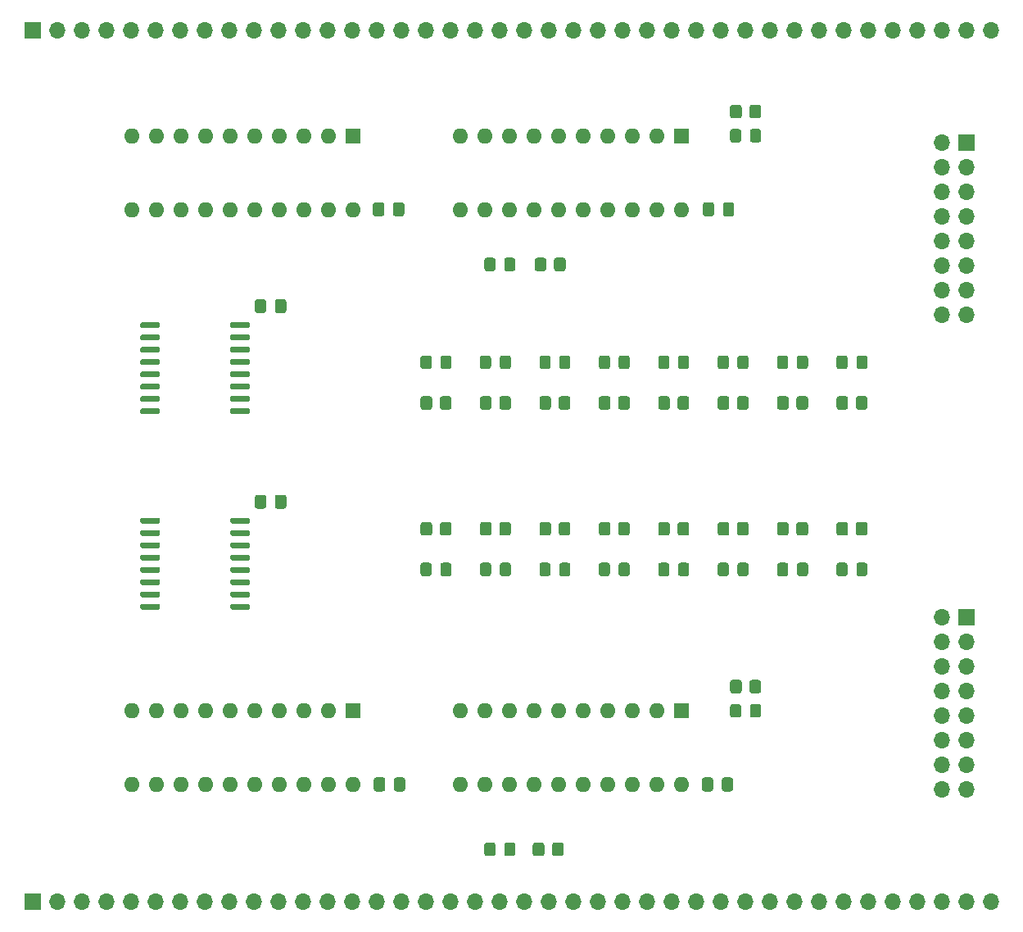
<source format=gts>
G04 #@! TF.GenerationSoftware,KiCad,Pcbnew,(5.1.9)-1*
G04 #@! TF.CreationDate,2021-10-03T23:50:10-04:00*
G04 #@! TF.ProjectId,ab-register,61622d72-6567-4697-9374-65722e6b6963,1.0*
G04 #@! TF.SameCoordinates,Original*
G04 #@! TF.FileFunction,Soldermask,Top*
G04 #@! TF.FilePolarity,Negative*
%FSLAX46Y46*%
G04 Gerber Fmt 4.6, Leading zero omitted, Abs format (unit mm)*
G04 Created by KiCad (PCBNEW (5.1.9)-1) date 2021-10-03 23:50:10*
%MOMM*%
%LPD*%
G01*
G04 APERTURE LIST*
%ADD10O,1.600000X1.600000*%
%ADD11R,1.600000X1.600000*%
%ADD12O,1.700000X1.700000*%
%ADD13R,1.700000X1.700000*%
G04 APERTURE END LIST*
G36*
G01*
X159700000Y-113349999D02*
X159700000Y-114250001D01*
G75*
G02*
X159450001Y-114500000I-249999J0D01*
G01*
X158749999Y-114500000D01*
G75*
G02*
X158500000Y-114250001I0J249999D01*
G01*
X158500000Y-113349999D01*
G75*
G02*
X158749999Y-113100000I249999J0D01*
G01*
X159450001Y-113100000D01*
G75*
G02*
X159700000Y-113349999I0J-249999D01*
G01*
G37*
G36*
G01*
X161700000Y-113349999D02*
X161700000Y-114250001D01*
G75*
G02*
X161450001Y-114500000I-249999J0D01*
G01*
X160749999Y-114500000D01*
G75*
G02*
X160500000Y-114250001I0J249999D01*
G01*
X160500000Y-113349999D01*
G75*
G02*
X160749999Y-113100000I249999J0D01*
G01*
X161450001Y-113100000D01*
G75*
G02*
X161700000Y-113349999I0J-249999D01*
G01*
G37*
G36*
G01*
X159700000Y-53949999D02*
X159700000Y-54850001D01*
G75*
G02*
X159450001Y-55100000I-249999J0D01*
G01*
X158749999Y-55100000D01*
G75*
G02*
X158500000Y-54850001I0J249999D01*
G01*
X158500000Y-53949999D01*
G75*
G02*
X158749999Y-53700000I249999J0D01*
G01*
X159450001Y-53700000D01*
G75*
G02*
X159700000Y-53949999I0J-249999D01*
G01*
G37*
G36*
G01*
X161700000Y-53949999D02*
X161700000Y-54850001D01*
G75*
G02*
X161450001Y-55100000I-249999J0D01*
G01*
X160749999Y-55100000D01*
G75*
G02*
X160500000Y-54850001I0J249999D01*
G01*
X160500000Y-53949999D01*
G75*
G02*
X160749999Y-53700000I249999J0D01*
G01*
X161450001Y-53700000D01*
G75*
G02*
X161700000Y-53949999I0J-249999D01*
G01*
G37*
G36*
G01*
X140100000Y-131050001D02*
X140100000Y-130149999D01*
G75*
G02*
X140349999Y-129900000I249999J0D01*
G01*
X141050001Y-129900000D01*
G75*
G02*
X141300000Y-130149999I0J-249999D01*
G01*
X141300000Y-131050001D01*
G75*
G02*
X141050001Y-131300000I-249999J0D01*
G01*
X140349999Y-131300000D01*
G75*
G02*
X140100000Y-131050001I0J249999D01*
G01*
G37*
G36*
G01*
X138100000Y-131050001D02*
X138100000Y-130149999D01*
G75*
G02*
X138349999Y-129900000I249999J0D01*
G01*
X139050001Y-129900000D01*
G75*
G02*
X139300000Y-130149999I0J-249999D01*
G01*
X139300000Y-131050001D01*
G75*
G02*
X139050001Y-131300000I-249999J0D01*
G01*
X138349999Y-131300000D01*
G75*
G02*
X138100000Y-131050001I0J249999D01*
G01*
G37*
G36*
G01*
X140300000Y-70650001D02*
X140300000Y-69749999D01*
G75*
G02*
X140549999Y-69500000I249999J0D01*
G01*
X141250001Y-69500000D01*
G75*
G02*
X141500000Y-69749999I0J-249999D01*
G01*
X141500000Y-70650001D01*
G75*
G02*
X141250001Y-70900000I-249999J0D01*
G01*
X140549999Y-70900000D01*
G75*
G02*
X140300000Y-70650001I0J249999D01*
G01*
G37*
G36*
G01*
X138300000Y-70650001D02*
X138300000Y-69749999D01*
G75*
G02*
X138549999Y-69500000I249999J0D01*
G01*
X139250001Y-69500000D01*
G75*
G02*
X139500000Y-69749999I0J-249999D01*
G01*
X139500000Y-70650001D01*
G75*
G02*
X139250001Y-70900000I-249999J0D01*
G01*
X138549999Y-70900000D01*
G75*
G02*
X138300000Y-70650001I0J249999D01*
G01*
G37*
G36*
G01*
X160550000Y-116750001D02*
X160550000Y-115849999D01*
G75*
G02*
X160799999Y-115600000I249999J0D01*
G01*
X161450001Y-115600000D01*
G75*
G02*
X161700000Y-115849999I0J-249999D01*
G01*
X161700000Y-116750001D01*
G75*
G02*
X161450001Y-117000000I-249999J0D01*
G01*
X160799999Y-117000000D01*
G75*
G02*
X160550000Y-116750001I0J249999D01*
G01*
G37*
G36*
G01*
X158500000Y-116750001D02*
X158500000Y-115849999D01*
G75*
G02*
X158749999Y-115600000I249999J0D01*
G01*
X159400001Y-115600000D01*
G75*
G02*
X159650000Y-115849999I0J-249999D01*
G01*
X159650000Y-116750001D01*
G75*
G02*
X159400001Y-117000000I-249999J0D01*
G01*
X158749999Y-117000000D01*
G75*
G02*
X158500000Y-116750001I0J249999D01*
G01*
G37*
G36*
G01*
X160550000Y-57350001D02*
X160550000Y-56449999D01*
G75*
G02*
X160799999Y-56200000I249999J0D01*
G01*
X161450001Y-56200000D01*
G75*
G02*
X161700000Y-56449999I0J-249999D01*
G01*
X161700000Y-57350001D01*
G75*
G02*
X161450001Y-57600000I-249999J0D01*
G01*
X160799999Y-57600000D01*
G75*
G02*
X160550000Y-57350001I0J249999D01*
G01*
G37*
G36*
G01*
X158500000Y-57350001D02*
X158500000Y-56449999D01*
G75*
G02*
X158749999Y-56200000I249999J0D01*
G01*
X159400001Y-56200000D01*
G75*
G02*
X159650000Y-56449999I0J-249999D01*
G01*
X159650000Y-57350001D01*
G75*
G02*
X159400001Y-57600000I-249999J0D01*
G01*
X158749999Y-57600000D01*
G75*
G02*
X158500000Y-57350001I0J249999D01*
G01*
G37*
G36*
G01*
X135150000Y-131050001D02*
X135150000Y-130149999D01*
G75*
G02*
X135399999Y-129900000I249999J0D01*
G01*
X136050001Y-129900000D01*
G75*
G02*
X136300000Y-130149999I0J-249999D01*
G01*
X136300000Y-131050001D01*
G75*
G02*
X136050001Y-131300000I-249999J0D01*
G01*
X135399999Y-131300000D01*
G75*
G02*
X135150000Y-131050001I0J249999D01*
G01*
G37*
G36*
G01*
X133100000Y-131050001D02*
X133100000Y-130149999D01*
G75*
G02*
X133349999Y-129900000I249999J0D01*
G01*
X134000001Y-129900000D01*
G75*
G02*
X134250000Y-130149999I0J-249999D01*
G01*
X134250000Y-131050001D01*
G75*
G02*
X134000001Y-131300000I-249999J0D01*
G01*
X133349999Y-131300000D01*
G75*
G02*
X133100000Y-131050001I0J249999D01*
G01*
G37*
G36*
G01*
X135150000Y-70650001D02*
X135150000Y-69749999D01*
G75*
G02*
X135399999Y-69500000I249999J0D01*
G01*
X136050001Y-69500000D01*
G75*
G02*
X136300000Y-69749999I0J-249999D01*
G01*
X136300000Y-70650001D01*
G75*
G02*
X136050001Y-70900000I-249999J0D01*
G01*
X135399999Y-70900000D01*
G75*
G02*
X135150000Y-70650001I0J249999D01*
G01*
G37*
G36*
G01*
X133100000Y-70650001D02*
X133100000Y-69749999D01*
G75*
G02*
X133349999Y-69500000I249999J0D01*
G01*
X134000001Y-69500000D01*
G75*
G02*
X134250000Y-69749999I0J-249999D01*
G01*
X134250000Y-70650001D01*
G75*
G02*
X134000001Y-70900000I-249999J0D01*
G01*
X133349999Y-70900000D01*
G75*
G02*
X133100000Y-70650001I0J249999D01*
G01*
G37*
G36*
G01*
X122850000Y-123425000D02*
X122850000Y-124375000D01*
G75*
G02*
X122600000Y-124625000I-250000J0D01*
G01*
X121925000Y-124625000D01*
G75*
G02*
X121675000Y-124375000I0J250000D01*
G01*
X121675000Y-123425000D01*
G75*
G02*
X121925000Y-123175000I250000J0D01*
G01*
X122600000Y-123175000D01*
G75*
G02*
X122850000Y-123425000I0J-250000D01*
G01*
G37*
G36*
G01*
X124925000Y-123425000D02*
X124925000Y-124375000D01*
G75*
G02*
X124675000Y-124625000I-250000J0D01*
G01*
X124000000Y-124625000D01*
G75*
G02*
X123750000Y-124375000I0J250000D01*
G01*
X123750000Y-123425000D01*
G75*
G02*
X124000000Y-123175000I250000J0D01*
G01*
X124675000Y-123175000D01*
G75*
G02*
X124925000Y-123425000I0J-250000D01*
G01*
G37*
G36*
G01*
X156750000Y-123425000D02*
X156750000Y-124375000D01*
G75*
G02*
X156500000Y-124625000I-250000J0D01*
G01*
X155825000Y-124625000D01*
G75*
G02*
X155575000Y-124375000I0J250000D01*
G01*
X155575000Y-123425000D01*
G75*
G02*
X155825000Y-123175000I250000J0D01*
G01*
X156500000Y-123175000D01*
G75*
G02*
X156750000Y-123425000I0J-250000D01*
G01*
G37*
G36*
G01*
X158825000Y-123425000D02*
X158825000Y-124375000D01*
G75*
G02*
X158575000Y-124625000I-250000J0D01*
G01*
X157900000Y-124625000D01*
G75*
G02*
X157650000Y-124375000I0J250000D01*
G01*
X157650000Y-123425000D01*
G75*
G02*
X157900000Y-123175000I250000J0D01*
G01*
X158575000Y-123175000D01*
G75*
G02*
X158825000Y-123425000I0J-250000D01*
G01*
G37*
G36*
G01*
X122750000Y-64025000D02*
X122750000Y-64975000D01*
G75*
G02*
X122500000Y-65225000I-250000J0D01*
G01*
X121825000Y-65225000D01*
G75*
G02*
X121575000Y-64975000I0J250000D01*
G01*
X121575000Y-64025000D01*
G75*
G02*
X121825000Y-63775000I250000J0D01*
G01*
X122500000Y-63775000D01*
G75*
G02*
X122750000Y-64025000I0J-250000D01*
G01*
G37*
G36*
G01*
X124825000Y-64025000D02*
X124825000Y-64975000D01*
G75*
G02*
X124575000Y-65225000I-250000J0D01*
G01*
X123900000Y-65225000D01*
G75*
G02*
X123650000Y-64975000I0J250000D01*
G01*
X123650000Y-64025000D01*
G75*
G02*
X123900000Y-63775000I250000J0D01*
G01*
X124575000Y-63775000D01*
G75*
G02*
X124825000Y-64025000I0J-250000D01*
G01*
G37*
G36*
G01*
X156850000Y-64025000D02*
X156850000Y-64975000D01*
G75*
G02*
X156600000Y-65225000I-250000J0D01*
G01*
X155925000Y-65225000D01*
G75*
G02*
X155675000Y-64975000I0J250000D01*
G01*
X155675000Y-64025000D01*
G75*
G02*
X155925000Y-63775000I250000J0D01*
G01*
X156600000Y-63775000D01*
G75*
G02*
X156850000Y-64025000I0J-250000D01*
G01*
G37*
G36*
G01*
X158925000Y-64025000D02*
X158925000Y-64975000D01*
G75*
G02*
X158675000Y-65225000I-250000J0D01*
G01*
X158000000Y-65225000D01*
G75*
G02*
X157750000Y-64975000I0J250000D01*
G01*
X157750000Y-64025000D01*
G75*
G02*
X158000000Y-63775000I250000J0D01*
G01*
X158675000Y-63775000D01*
G75*
G02*
X158925000Y-64025000I0J-250000D01*
G01*
G37*
G36*
G01*
X110550000Y-94225000D02*
X110550000Y-95175000D01*
G75*
G02*
X110300000Y-95425000I-250000J0D01*
G01*
X109625000Y-95425000D01*
G75*
G02*
X109375000Y-95175000I0J250000D01*
G01*
X109375000Y-94225000D01*
G75*
G02*
X109625000Y-93975000I250000J0D01*
G01*
X110300000Y-93975000D01*
G75*
G02*
X110550000Y-94225000I0J-250000D01*
G01*
G37*
G36*
G01*
X112625000Y-94225000D02*
X112625000Y-95175000D01*
G75*
G02*
X112375000Y-95425000I-250000J0D01*
G01*
X111700000Y-95425000D01*
G75*
G02*
X111450000Y-95175000I0J250000D01*
G01*
X111450000Y-94225000D01*
G75*
G02*
X111700000Y-93975000I250000J0D01*
G01*
X112375000Y-93975000D01*
G75*
G02*
X112625000Y-94225000I0J-250000D01*
G01*
G37*
G36*
G01*
X110550000Y-74025000D02*
X110550000Y-74975000D01*
G75*
G02*
X110300000Y-75225000I-250000J0D01*
G01*
X109625000Y-75225000D01*
G75*
G02*
X109375000Y-74975000I0J250000D01*
G01*
X109375000Y-74025000D01*
G75*
G02*
X109625000Y-73775000I250000J0D01*
G01*
X110300000Y-73775000D01*
G75*
G02*
X110550000Y-74025000I0J-250000D01*
G01*
G37*
G36*
G01*
X112625000Y-74025000D02*
X112625000Y-74975000D01*
G75*
G02*
X112375000Y-75225000I-250000J0D01*
G01*
X111700000Y-75225000D01*
G75*
G02*
X111450000Y-74975000I0J250000D01*
G01*
X111450000Y-74025000D01*
G75*
G02*
X111700000Y-73775000I250000J0D01*
G01*
X112375000Y-73775000D01*
G75*
G02*
X112625000Y-74025000I0J-250000D01*
G01*
G37*
D10*
X119500000Y-64520000D03*
X96640000Y-56900000D03*
X116960000Y-64520000D03*
X99180000Y-56900000D03*
X114420000Y-64520000D03*
X101720000Y-56900000D03*
X111880000Y-64520000D03*
X104260000Y-56900000D03*
X109340000Y-64520000D03*
X106800000Y-56900000D03*
X106800000Y-64520000D03*
X109340000Y-56900000D03*
X104260000Y-64520000D03*
X111880000Y-56900000D03*
X101720000Y-64520000D03*
X114420000Y-56900000D03*
X99180000Y-64520000D03*
X116960000Y-56900000D03*
X96640000Y-64520000D03*
D11*
X119500000Y-56900000D03*
D10*
X153500000Y-64520000D03*
X130640000Y-56900000D03*
X150960000Y-64520000D03*
X133180000Y-56900000D03*
X148420000Y-64520000D03*
X135720000Y-56900000D03*
X145880000Y-64520000D03*
X138260000Y-56900000D03*
X143340000Y-64520000D03*
X140800000Y-56900000D03*
X140800000Y-64520000D03*
X143340000Y-56900000D03*
X138260000Y-64520000D03*
X145880000Y-56900000D03*
X135720000Y-64520000D03*
X148420000Y-56900000D03*
X133180000Y-64520000D03*
X150960000Y-56900000D03*
X130640000Y-64520000D03*
D11*
X153500000Y-56900000D03*
D12*
X180360000Y-124380000D03*
X182900000Y-124380000D03*
X180360000Y-121840000D03*
X182900000Y-121840000D03*
X180360000Y-119300000D03*
X182900000Y-119300000D03*
X180360000Y-116760000D03*
X182900000Y-116760000D03*
X180360000Y-114220000D03*
X182900000Y-114220000D03*
X180360000Y-111680000D03*
X182900000Y-111680000D03*
X180360000Y-109140000D03*
X182900000Y-109140000D03*
X180360000Y-106600000D03*
D13*
X182900000Y-106600000D03*
D10*
X119500000Y-123920000D03*
X96640000Y-116300000D03*
X116960000Y-123920000D03*
X99180000Y-116300000D03*
X114420000Y-123920000D03*
X101720000Y-116300000D03*
X111880000Y-123920000D03*
X104260000Y-116300000D03*
X109340000Y-123920000D03*
X106800000Y-116300000D03*
X106800000Y-123920000D03*
X109340000Y-116300000D03*
X104260000Y-123920000D03*
X111880000Y-116300000D03*
X101720000Y-123920000D03*
X114420000Y-116300000D03*
X99180000Y-123920000D03*
X116960000Y-116300000D03*
X96640000Y-123920000D03*
D11*
X119500000Y-116300000D03*
D10*
X153500000Y-123920000D03*
X130640000Y-116300000D03*
X150960000Y-123920000D03*
X133180000Y-116300000D03*
X148420000Y-123920000D03*
X135720000Y-116300000D03*
X145880000Y-123920000D03*
X138260000Y-116300000D03*
X143340000Y-123920000D03*
X140800000Y-116300000D03*
X140800000Y-123920000D03*
X143340000Y-116300000D03*
X138260000Y-123920000D03*
X145880000Y-116300000D03*
X135720000Y-123920000D03*
X148420000Y-116300000D03*
X133180000Y-123920000D03*
X150960000Y-116300000D03*
X130640000Y-123920000D03*
D11*
X153500000Y-116300000D03*
G36*
G01*
X106825000Y-96805000D02*
X106825000Y-96505000D01*
G75*
G02*
X106975000Y-96355000I150000J0D01*
G01*
X108725000Y-96355000D01*
G75*
G02*
X108875000Y-96505000I0J-150000D01*
G01*
X108875000Y-96805000D01*
G75*
G02*
X108725000Y-96955000I-150000J0D01*
G01*
X106975000Y-96955000D01*
G75*
G02*
X106825000Y-96805000I0J150000D01*
G01*
G37*
G36*
G01*
X106825000Y-98075000D02*
X106825000Y-97775000D01*
G75*
G02*
X106975000Y-97625000I150000J0D01*
G01*
X108725000Y-97625000D01*
G75*
G02*
X108875000Y-97775000I0J-150000D01*
G01*
X108875000Y-98075000D01*
G75*
G02*
X108725000Y-98225000I-150000J0D01*
G01*
X106975000Y-98225000D01*
G75*
G02*
X106825000Y-98075000I0J150000D01*
G01*
G37*
G36*
G01*
X106825000Y-99345000D02*
X106825000Y-99045000D01*
G75*
G02*
X106975000Y-98895000I150000J0D01*
G01*
X108725000Y-98895000D01*
G75*
G02*
X108875000Y-99045000I0J-150000D01*
G01*
X108875000Y-99345000D01*
G75*
G02*
X108725000Y-99495000I-150000J0D01*
G01*
X106975000Y-99495000D01*
G75*
G02*
X106825000Y-99345000I0J150000D01*
G01*
G37*
G36*
G01*
X106825000Y-100615000D02*
X106825000Y-100315000D01*
G75*
G02*
X106975000Y-100165000I150000J0D01*
G01*
X108725000Y-100165000D01*
G75*
G02*
X108875000Y-100315000I0J-150000D01*
G01*
X108875000Y-100615000D01*
G75*
G02*
X108725000Y-100765000I-150000J0D01*
G01*
X106975000Y-100765000D01*
G75*
G02*
X106825000Y-100615000I0J150000D01*
G01*
G37*
G36*
G01*
X106825000Y-101885000D02*
X106825000Y-101585000D01*
G75*
G02*
X106975000Y-101435000I150000J0D01*
G01*
X108725000Y-101435000D01*
G75*
G02*
X108875000Y-101585000I0J-150000D01*
G01*
X108875000Y-101885000D01*
G75*
G02*
X108725000Y-102035000I-150000J0D01*
G01*
X106975000Y-102035000D01*
G75*
G02*
X106825000Y-101885000I0J150000D01*
G01*
G37*
G36*
G01*
X106825000Y-103155000D02*
X106825000Y-102855000D01*
G75*
G02*
X106975000Y-102705000I150000J0D01*
G01*
X108725000Y-102705000D01*
G75*
G02*
X108875000Y-102855000I0J-150000D01*
G01*
X108875000Y-103155000D01*
G75*
G02*
X108725000Y-103305000I-150000J0D01*
G01*
X106975000Y-103305000D01*
G75*
G02*
X106825000Y-103155000I0J150000D01*
G01*
G37*
G36*
G01*
X106825000Y-104425000D02*
X106825000Y-104125000D01*
G75*
G02*
X106975000Y-103975000I150000J0D01*
G01*
X108725000Y-103975000D01*
G75*
G02*
X108875000Y-104125000I0J-150000D01*
G01*
X108875000Y-104425000D01*
G75*
G02*
X108725000Y-104575000I-150000J0D01*
G01*
X106975000Y-104575000D01*
G75*
G02*
X106825000Y-104425000I0J150000D01*
G01*
G37*
G36*
G01*
X106825000Y-105695000D02*
X106825000Y-105395000D01*
G75*
G02*
X106975000Y-105245000I150000J0D01*
G01*
X108725000Y-105245000D01*
G75*
G02*
X108875000Y-105395000I0J-150000D01*
G01*
X108875000Y-105695000D01*
G75*
G02*
X108725000Y-105845000I-150000J0D01*
G01*
X106975000Y-105845000D01*
G75*
G02*
X106825000Y-105695000I0J150000D01*
G01*
G37*
G36*
G01*
X97525000Y-105695000D02*
X97525000Y-105395000D01*
G75*
G02*
X97675000Y-105245000I150000J0D01*
G01*
X99425000Y-105245000D01*
G75*
G02*
X99575000Y-105395000I0J-150000D01*
G01*
X99575000Y-105695000D01*
G75*
G02*
X99425000Y-105845000I-150000J0D01*
G01*
X97675000Y-105845000D01*
G75*
G02*
X97525000Y-105695000I0J150000D01*
G01*
G37*
G36*
G01*
X97525000Y-104425000D02*
X97525000Y-104125000D01*
G75*
G02*
X97675000Y-103975000I150000J0D01*
G01*
X99425000Y-103975000D01*
G75*
G02*
X99575000Y-104125000I0J-150000D01*
G01*
X99575000Y-104425000D01*
G75*
G02*
X99425000Y-104575000I-150000J0D01*
G01*
X97675000Y-104575000D01*
G75*
G02*
X97525000Y-104425000I0J150000D01*
G01*
G37*
G36*
G01*
X97525000Y-103155000D02*
X97525000Y-102855000D01*
G75*
G02*
X97675000Y-102705000I150000J0D01*
G01*
X99425000Y-102705000D01*
G75*
G02*
X99575000Y-102855000I0J-150000D01*
G01*
X99575000Y-103155000D01*
G75*
G02*
X99425000Y-103305000I-150000J0D01*
G01*
X97675000Y-103305000D01*
G75*
G02*
X97525000Y-103155000I0J150000D01*
G01*
G37*
G36*
G01*
X97525000Y-101885000D02*
X97525000Y-101585000D01*
G75*
G02*
X97675000Y-101435000I150000J0D01*
G01*
X99425000Y-101435000D01*
G75*
G02*
X99575000Y-101585000I0J-150000D01*
G01*
X99575000Y-101885000D01*
G75*
G02*
X99425000Y-102035000I-150000J0D01*
G01*
X97675000Y-102035000D01*
G75*
G02*
X97525000Y-101885000I0J150000D01*
G01*
G37*
G36*
G01*
X97525000Y-100615000D02*
X97525000Y-100315000D01*
G75*
G02*
X97675000Y-100165000I150000J0D01*
G01*
X99425000Y-100165000D01*
G75*
G02*
X99575000Y-100315000I0J-150000D01*
G01*
X99575000Y-100615000D01*
G75*
G02*
X99425000Y-100765000I-150000J0D01*
G01*
X97675000Y-100765000D01*
G75*
G02*
X97525000Y-100615000I0J150000D01*
G01*
G37*
G36*
G01*
X97525000Y-99345000D02*
X97525000Y-99045000D01*
G75*
G02*
X97675000Y-98895000I150000J0D01*
G01*
X99425000Y-98895000D01*
G75*
G02*
X99575000Y-99045000I0J-150000D01*
G01*
X99575000Y-99345000D01*
G75*
G02*
X99425000Y-99495000I-150000J0D01*
G01*
X97675000Y-99495000D01*
G75*
G02*
X97525000Y-99345000I0J150000D01*
G01*
G37*
G36*
G01*
X97525000Y-98075000D02*
X97525000Y-97775000D01*
G75*
G02*
X97675000Y-97625000I150000J0D01*
G01*
X99425000Y-97625000D01*
G75*
G02*
X99575000Y-97775000I0J-150000D01*
G01*
X99575000Y-98075000D01*
G75*
G02*
X99425000Y-98225000I-150000J0D01*
G01*
X97675000Y-98225000D01*
G75*
G02*
X97525000Y-98075000I0J150000D01*
G01*
G37*
G36*
G01*
X97525000Y-96805000D02*
X97525000Y-96505000D01*
G75*
G02*
X97675000Y-96355000I150000J0D01*
G01*
X99425000Y-96355000D01*
G75*
G02*
X99575000Y-96505000I0J-150000D01*
G01*
X99575000Y-96805000D01*
G75*
G02*
X99425000Y-96955000I-150000J0D01*
G01*
X97675000Y-96955000D01*
G75*
G02*
X97525000Y-96805000I0J150000D01*
G01*
G37*
G36*
G01*
X106825000Y-76605000D02*
X106825000Y-76305000D01*
G75*
G02*
X106975000Y-76155000I150000J0D01*
G01*
X108725000Y-76155000D01*
G75*
G02*
X108875000Y-76305000I0J-150000D01*
G01*
X108875000Y-76605000D01*
G75*
G02*
X108725000Y-76755000I-150000J0D01*
G01*
X106975000Y-76755000D01*
G75*
G02*
X106825000Y-76605000I0J150000D01*
G01*
G37*
G36*
G01*
X106825000Y-77875000D02*
X106825000Y-77575000D01*
G75*
G02*
X106975000Y-77425000I150000J0D01*
G01*
X108725000Y-77425000D01*
G75*
G02*
X108875000Y-77575000I0J-150000D01*
G01*
X108875000Y-77875000D01*
G75*
G02*
X108725000Y-78025000I-150000J0D01*
G01*
X106975000Y-78025000D01*
G75*
G02*
X106825000Y-77875000I0J150000D01*
G01*
G37*
G36*
G01*
X106825000Y-79145000D02*
X106825000Y-78845000D01*
G75*
G02*
X106975000Y-78695000I150000J0D01*
G01*
X108725000Y-78695000D01*
G75*
G02*
X108875000Y-78845000I0J-150000D01*
G01*
X108875000Y-79145000D01*
G75*
G02*
X108725000Y-79295000I-150000J0D01*
G01*
X106975000Y-79295000D01*
G75*
G02*
X106825000Y-79145000I0J150000D01*
G01*
G37*
G36*
G01*
X106825000Y-80415000D02*
X106825000Y-80115000D01*
G75*
G02*
X106975000Y-79965000I150000J0D01*
G01*
X108725000Y-79965000D01*
G75*
G02*
X108875000Y-80115000I0J-150000D01*
G01*
X108875000Y-80415000D01*
G75*
G02*
X108725000Y-80565000I-150000J0D01*
G01*
X106975000Y-80565000D01*
G75*
G02*
X106825000Y-80415000I0J150000D01*
G01*
G37*
G36*
G01*
X106825000Y-81685000D02*
X106825000Y-81385000D01*
G75*
G02*
X106975000Y-81235000I150000J0D01*
G01*
X108725000Y-81235000D01*
G75*
G02*
X108875000Y-81385000I0J-150000D01*
G01*
X108875000Y-81685000D01*
G75*
G02*
X108725000Y-81835000I-150000J0D01*
G01*
X106975000Y-81835000D01*
G75*
G02*
X106825000Y-81685000I0J150000D01*
G01*
G37*
G36*
G01*
X106825000Y-82955000D02*
X106825000Y-82655000D01*
G75*
G02*
X106975000Y-82505000I150000J0D01*
G01*
X108725000Y-82505000D01*
G75*
G02*
X108875000Y-82655000I0J-150000D01*
G01*
X108875000Y-82955000D01*
G75*
G02*
X108725000Y-83105000I-150000J0D01*
G01*
X106975000Y-83105000D01*
G75*
G02*
X106825000Y-82955000I0J150000D01*
G01*
G37*
G36*
G01*
X106825000Y-84225000D02*
X106825000Y-83925000D01*
G75*
G02*
X106975000Y-83775000I150000J0D01*
G01*
X108725000Y-83775000D01*
G75*
G02*
X108875000Y-83925000I0J-150000D01*
G01*
X108875000Y-84225000D01*
G75*
G02*
X108725000Y-84375000I-150000J0D01*
G01*
X106975000Y-84375000D01*
G75*
G02*
X106825000Y-84225000I0J150000D01*
G01*
G37*
G36*
G01*
X106825000Y-85495000D02*
X106825000Y-85195000D01*
G75*
G02*
X106975000Y-85045000I150000J0D01*
G01*
X108725000Y-85045000D01*
G75*
G02*
X108875000Y-85195000I0J-150000D01*
G01*
X108875000Y-85495000D01*
G75*
G02*
X108725000Y-85645000I-150000J0D01*
G01*
X106975000Y-85645000D01*
G75*
G02*
X106825000Y-85495000I0J150000D01*
G01*
G37*
G36*
G01*
X97525000Y-85495000D02*
X97525000Y-85195000D01*
G75*
G02*
X97675000Y-85045000I150000J0D01*
G01*
X99425000Y-85045000D01*
G75*
G02*
X99575000Y-85195000I0J-150000D01*
G01*
X99575000Y-85495000D01*
G75*
G02*
X99425000Y-85645000I-150000J0D01*
G01*
X97675000Y-85645000D01*
G75*
G02*
X97525000Y-85495000I0J150000D01*
G01*
G37*
G36*
G01*
X97525000Y-84225000D02*
X97525000Y-83925000D01*
G75*
G02*
X97675000Y-83775000I150000J0D01*
G01*
X99425000Y-83775000D01*
G75*
G02*
X99575000Y-83925000I0J-150000D01*
G01*
X99575000Y-84225000D01*
G75*
G02*
X99425000Y-84375000I-150000J0D01*
G01*
X97675000Y-84375000D01*
G75*
G02*
X97525000Y-84225000I0J150000D01*
G01*
G37*
G36*
G01*
X97525000Y-82955000D02*
X97525000Y-82655000D01*
G75*
G02*
X97675000Y-82505000I150000J0D01*
G01*
X99425000Y-82505000D01*
G75*
G02*
X99575000Y-82655000I0J-150000D01*
G01*
X99575000Y-82955000D01*
G75*
G02*
X99425000Y-83105000I-150000J0D01*
G01*
X97675000Y-83105000D01*
G75*
G02*
X97525000Y-82955000I0J150000D01*
G01*
G37*
G36*
G01*
X97525000Y-81685000D02*
X97525000Y-81385000D01*
G75*
G02*
X97675000Y-81235000I150000J0D01*
G01*
X99425000Y-81235000D01*
G75*
G02*
X99575000Y-81385000I0J-150000D01*
G01*
X99575000Y-81685000D01*
G75*
G02*
X99425000Y-81835000I-150000J0D01*
G01*
X97675000Y-81835000D01*
G75*
G02*
X97525000Y-81685000I0J150000D01*
G01*
G37*
G36*
G01*
X97525000Y-80415000D02*
X97525000Y-80115000D01*
G75*
G02*
X97675000Y-79965000I150000J0D01*
G01*
X99425000Y-79965000D01*
G75*
G02*
X99575000Y-80115000I0J-150000D01*
G01*
X99575000Y-80415000D01*
G75*
G02*
X99425000Y-80565000I-150000J0D01*
G01*
X97675000Y-80565000D01*
G75*
G02*
X97525000Y-80415000I0J150000D01*
G01*
G37*
G36*
G01*
X97525000Y-79145000D02*
X97525000Y-78845000D01*
G75*
G02*
X97675000Y-78695000I150000J0D01*
G01*
X99425000Y-78695000D01*
G75*
G02*
X99575000Y-78845000I0J-150000D01*
G01*
X99575000Y-79145000D01*
G75*
G02*
X99425000Y-79295000I-150000J0D01*
G01*
X97675000Y-79295000D01*
G75*
G02*
X97525000Y-79145000I0J150000D01*
G01*
G37*
G36*
G01*
X97525000Y-77875000D02*
X97525000Y-77575000D01*
G75*
G02*
X97675000Y-77425000I150000J0D01*
G01*
X99425000Y-77425000D01*
G75*
G02*
X99575000Y-77575000I0J-150000D01*
G01*
X99575000Y-77875000D01*
G75*
G02*
X99425000Y-78025000I-150000J0D01*
G01*
X97675000Y-78025000D01*
G75*
G02*
X97525000Y-77875000I0J150000D01*
G01*
G37*
G36*
G01*
X97525000Y-76605000D02*
X97525000Y-76305000D01*
G75*
G02*
X97675000Y-76155000I150000J0D01*
G01*
X99425000Y-76155000D01*
G75*
G02*
X99575000Y-76305000I0J-150000D01*
G01*
X99575000Y-76605000D01*
G75*
G02*
X99425000Y-76755000I-150000J0D01*
G01*
X97675000Y-76755000D01*
G75*
G02*
X97525000Y-76605000I0J150000D01*
G01*
G37*
G36*
G01*
X128500000Y-97950001D02*
X128500000Y-97049999D01*
G75*
G02*
X128749999Y-96800000I249999J0D01*
G01*
X129450001Y-96800000D01*
G75*
G02*
X129700000Y-97049999I0J-249999D01*
G01*
X129700000Y-97950001D01*
G75*
G02*
X129450001Y-98200000I-249999J0D01*
G01*
X128749999Y-98200000D01*
G75*
G02*
X128500000Y-97950001I0J249999D01*
G01*
G37*
G36*
G01*
X126500000Y-97950001D02*
X126500000Y-97049999D01*
G75*
G02*
X126749999Y-96800000I249999J0D01*
G01*
X127450001Y-96800000D01*
G75*
G02*
X127700000Y-97049999I0J-249999D01*
G01*
X127700000Y-97950001D01*
G75*
G02*
X127450001Y-98200000I-249999J0D01*
G01*
X126749999Y-98200000D01*
G75*
G02*
X126500000Y-97950001I0J249999D01*
G01*
G37*
G36*
G01*
X134642857Y-97950001D02*
X134642857Y-97049999D01*
G75*
G02*
X134892856Y-96800000I249999J0D01*
G01*
X135592858Y-96800000D01*
G75*
G02*
X135842857Y-97049999I0J-249999D01*
G01*
X135842857Y-97950001D01*
G75*
G02*
X135592858Y-98200000I-249999J0D01*
G01*
X134892856Y-98200000D01*
G75*
G02*
X134642857Y-97950001I0J249999D01*
G01*
G37*
G36*
G01*
X132642857Y-97950001D02*
X132642857Y-97049999D01*
G75*
G02*
X132892856Y-96800000I249999J0D01*
G01*
X133592858Y-96800000D01*
G75*
G02*
X133842857Y-97049999I0J-249999D01*
G01*
X133842857Y-97950001D01*
G75*
G02*
X133592858Y-98200000I-249999J0D01*
G01*
X132892856Y-98200000D01*
G75*
G02*
X132642857Y-97950001I0J249999D01*
G01*
G37*
G36*
G01*
X140785714Y-97950001D02*
X140785714Y-97049999D01*
G75*
G02*
X141035713Y-96800000I249999J0D01*
G01*
X141735715Y-96800000D01*
G75*
G02*
X141985714Y-97049999I0J-249999D01*
G01*
X141985714Y-97950001D01*
G75*
G02*
X141735715Y-98200000I-249999J0D01*
G01*
X141035713Y-98200000D01*
G75*
G02*
X140785714Y-97950001I0J249999D01*
G01*
G37*
G36*
G01*
X138785714Y-97950001D02*
X138785714Y-97049999D01*
G75*
G02*
X139035713Y-96800000I249999J0D01*
G01*
X139735715Y-96800000D01*
G75*
G02*
X139985714Y-97049999I0J-249999D01*
G01*
X139985714Y-97950001D01*
G75*
G02*
X139735715Y-98200000I-249999J0D01*
G01*
X139035713Y-98200000D01*
G75*
G02*
X138785714Y-97950001I0J249999D01*
G01*
G37*
G36*
G01*
X146928571Y-97950001D02*
X146928571Y-97049999D01*
G75*
G02*
X147178570Y-96800000I249999J0D01*
G01*
X147878572Y-96800000D01*
G75*
G02*
X148128571Y-97049999I0J-249999D01*
G01*
X148128571Y-97950001D01*
G75*
G02*
X147878572Y-98200000I-249999J0D01*
G01*
X147178570Y-98200000D01*
G75*
G02*
X146928571Y-97950001I0J249999D01*
G01*
G37*
G36*
G01*
X144928571Y-97950001D02*
X144928571Y-97049999D01*
G75*
G02*
X145178570Y-96800000I249999J0D01*
G01*
X145878572Y-96800000D01*
G75*
G02*
X146128571Y-97049999I0J-249999D01*
G01*
X146128571Y-97950001D01*
G75*
G02*
X145878572Y-98200000I-249999J0D01*
G01*
X145178570Y-98200000D01*
G75*
G02*
X144928571Y-97950001I0J249999D01*
G01*
G37*
G36*
G01*
X153071428Y-97950001D02*
X153071428Y-97049999D01*
G75*
G02*
X153321427Y-96800000I249999J0D01*
G01*
X154021429Y-96800000D01*
G75*
G02*
X154271428Y-97049999I0J-249999D01*
G01*
X154271428Y-97950001D01*
G75*
G02*
X154021429Y-98200000I-249999J0D01*
G01*
X153321427Y-98200000D01*
G75*
G02*
X153071428Y-97950001I0J249999D01*
G01*
G37*
G36*
G01*
X151071428Y-97950001D02*
X151071428Y-97049999D01*
G75*
G02*
X151321427Y-96800000I249999J0D01*
G01*
X152021429Y-96800000D01*
G75*
G02*
X152271428Y-97049999I0J-249999D01*
G01*
X152271428Y-97950001D01*
G75*
G02*
X152021429Y-98200000I-249999J0D01*
G01*
X151321427Y-98200000D01*
G75*
G02*
X151071428Y-97950001I0J249999D01*
G01*
G37*
G36*
G01*
X159214285Y-97950001D02*
X159214285Y-97049999D01*
G75*
G02*
X159464284Y-96800000I249999J0D01*
G01*
X160164286Y-96800000D01*
G75*
G02*
X160414285Y-97049999I0J-249999D01*
G01*
X160414285Y-97950001D01*
G75*
G02*
X160164286Y-98200000I-249999J0D01*
G01*
X159464284Y-98200000D01*
G75*
G02*
X159214285Y-97950001I0J249999D01*
G01*
G37*
G36*
G01*
X157214285Y-97950001D02*
X157214285Y-97049999D01*
G75*
G02*
X157464284Y-96800000I249999J0D01*
G01*
X158164286Y-96800000D01*
G75*
G02*
X158414285Y-97049999I0J-249999D01*
G01*
X158414285Y-97950001D01*
G75*
G02*
X158164286Y-98200000I-249999J0D01*
G01*
X157464284Y-98200000D01*
G75*
G02*
X157214285Y-97950001I0J249999D01*
G01*
G37*
G36*
G01*
X165357142Y-97950001D02*
X165357142Y-97049999D01*
G75*
G02*
X165607141Y-96800000I249999J0D01*
G01*
X166307143Y-96800000D01*
G75*
G02*
X166557142Y-97049999I0J-249999D01*
G01*
X166557142Y-97950001D01*
G75*
G02*
X166307143Y-98200000I-249999J0D01*
G01*
X165607141Y-98200000D01*
G75*
G02*
X165357142Y-97950001I0J249999D01*
G01*
G37*
G36*
G01*
X163357142Y-97950001D02*
X163357142Y-97049999D01*
G75*
G02*
X163607141Y-96800000I249999J0D01*
G01*
X164307143Y-96800000D01*
G75*
G02*
X164557142Y-97049999I0J-249999D01*
G01*
X164557142Y-97950001D01*
G75*
G02*
X164307143Y-98200000I-249999J0D01*
G01*
X163607141Y-98200000D01*
G75*
G02*
X163357142Y-97950001I0J249999D01*
G01*
G37*
G36*
G01*
X171500000Y-97950001D02*
X171500000Y-97049999D01*
G75*
G02*
X171749999Y-96800000I249999J0D01*
G01*
X172450001Y-96800000D01*
G75*
G02*
X172700000Y-97049999I0J-249999D01*
G01*
X172700000Y-97950001D01*
G75*
G02*
X172450001Y-98200000I-249999J0D01*
G01*
X171749999Y-98200000D01*
G75*
G02*
X171500000Y-97950001I0J249999D01*
G01*
G37*
G36*
G01*
X169500000Y-97950001D02*
X169500000Y-97049999D01*
G75*
G02*
X169749999Y-96800000I249999J0D01*
G01*
X170450001Y-96800000D01*
G75*
G02*
X170700000Y-97049999I0J-249999D01*
G01*
X170700000Y-97950001D01*
G75*
G02*
X170450001Y-98200000I-249999J0D01*
G01*
X169749999Y-98200000D01*
G75*
G02*
X169500000Y-97950001I0J249999D01*
G01*
G37*
G36*
G01*
X128500000Y-84950001D02*
X128500000Y-84049999D01*
G75*
G02*
X128749999Y-83800000I249999J0D01*
G01*
X129450001Y-83800000D01*
G75*
G02*
X129700000Y-84049999I0J-249999D01*
G01*
X129700000Y-84950001D01*
G75*
G02*
X129450001Y-85200000I-249999J0D01*
G01*
X128749999Y-85200000D01*
G75*
G02*
X128500000Y-84950001I0J249999D01*
G01*
G37*
G36*
G01*
X126500000Y-84950001D02*
X126500000Y-84049999D01*
G75*
G02*
X126749999Y-83800000I249999J0D01*
G01*
X127450001Y-83800000D01*
G75*
G02*
X127700000Y-84049999I0J-249999D01*
G01*
X127700000Y-84950001D01*
G75*
G02*
X127450001Y-85200000I-249999J0D01*
G01*
X126749999Y-85200000D01*
G75*
G02*
X126500000Y-84950001I0J249999D01*
G01*
G37*
G36*
G01*
X134642857Y-84950001D02*
X134642857Y-84049999D01*
G75*
G02*
X134892856Y-83800000I249999J0D01*
G01*
X135592858Y-83800000D01*
G75*
G02*
X135842857Y-84049999I0J-249999D01*
G01*
X135842857Y-84950001D01*
G75*
G02*
X135592858Y-85200000I-249999J0D01*
G01*
X134892856Y-85200000D01*
G75*
G02*
X134642857Y-84950001I0J249999D01*
G01*
G37*
G36*
G01*
X132642857Y-84950001D02*
X132642857Y-84049999D01*
G75*
G02*
X132892856Y-83800000I249999J0D01*
G01*
X133592858Y-83800000D01*
G75*
G02*
X133842857Y-84049999I0J-249999D01*
G01*
X133842857Y-84950001D01*
G75*
G02*
X133592858Y-85200000I-249999J0D01*
G01*
X132892856Y-85200000D01*
G75*
G02*
X132642857Y-84950001I0J249999D01*
G01*
G37*
G36*
G01*
X140785714Y-84950001D02*
X140785714Y-84049999D01*
G75*
G02*
X141035713Y-83800000I249999J0D01*
G01*
X141735715Y-83800000D01*
G75*
G02*
X141985714Y-84049999I0J-249999D01*
G01*
X141985714Y-84950001D01*
G75*
G02*
X141735715Y-85200000I-249999J0D01*
G01*
X141035713Y-85200000D01*
G75*
G02*
X140785714Y-84950001I0J249999D01*
G01*
G37*
G36*
G01*
X138785714Y-84950001D02*
X138785714Y-84049999D01*
G75*
G02*
X139035713Y-83800000I249999J0D01*
G01*
X139735715Y-83800000D01*
G75*
G02*
X139985714Y-84049999I0J-249999D01*
G01*
X139985714Y-84950001D01*
G75*
G02*
X139735715Y-85200000I-249999J0D01*
G01*
X139035713Y-85200000D01*
G75*
G02*
X138785714Y-84950001I0J249999D01*
G01*
G37*
G36*
G01*
X146928571Y-84950001D02*
X146928571Y-84049999D01*
G75*
G02*
X147178570Y-83800000I249999J0D01*
G01*
X147878572Y-83800000D01*
G75*
G02*
X148128571Y-84049999I0J-249999D01*
G01*
X148128571Y-84950001D01*
G75*
G02*
X147878572Y-85200000I-249999J0D01*
G01*
X147178570Y-85200000D01*
G75*
G02*
X146928571Y-84950001I0J249999D01*
G01*
G37*
G36*
G01*
X144928571Y-84950001D02*
X144928571Y-84049999D01*
G75*
G02*
X145178570Y-83800000I249999J0D01*
G01*
X145878572Y-83800000D01*
G75*
G02*
X146128571Y-84049999I0J-249999D01*
G01*
X146128571Y-84950001D01*
G75*
G02*
X145878572Y-85200000I-249999J0D01*
G01*
X145178570Y-85200000D01*
G75*
G02*
X144928571Y-84950001I0J249999D01*
G01*
G37*
G36*
G01*
X153071428Y-84950001D02*
X153071428Y-84049999D01*
G75*
G02*
X153321427Y-83800000I249999J0D01*
G01*
X154021429Y-83800000D01*
G75*
G02*
X154271428Y-84049999I0J-249999D01*
G01*
X154271428Y-84950001D01*
G75*
G02*
X154021429Y-85200000I-249999J0D01*
G01*
X153321427Y-85200000D01*
G75*
G02*
X153071428Y-84950001I0J249999D01*
G01*
G37*
G36*
G01*
X151071428Y-84950001D02*
X151071428Y-84049999D01*
G75*
G02*
X151321427Y-83800000I249999J0D01*
G01*
X152021429Y-83800000D01*
G75*
G02*
X152271428Y-84049999I0J-249999D01*
G01*
X152271428Y-84950001D01*
G75*
G02*
X152021429Y-85200000I-249999J0D01*
G01*
X151321427Y-85200000D01*
G75*
G02*
X151071428Y-84950001I0J249999D01*
G01*
G37*
G36*
G01*
X159214285Y-84950001D02*
X159214285Y-84049999D01*
G75*
G02*
X159464284Y-83800000I249999J0D01*
G01*
X160164286Y-83800000D01*
G75*
G02*
X160414285Y-84049999I0J-249999D01*
G01*
X160414285Y-84950001D01*
G75*
G02*
X160164286Y-85200000I-249999J0D01*
G01*
X159464284Y-85200000D01*
G75*
G02*
X159214285Y-84950001I0J249999D01*
G01*
G37*
G36*
G01*
X157214285Y-84950001D02*
X157214285Y-84049999D01*
G75*
G02*
X157464284Y-83800000I249999J0D01*
G01*
X158164286Y-83800000D01*
G75*
G02*
X158414285Y-84049999I0J-249999D01*
G01*
X158414285Y-84950001D01*
G75*
G02*
X158164286Y-85200000I-249999J0D01*
G01*
X157464284Y-85200000D01*
G75*
G02*
X157214285Y-84950001I0J249999D01*
G01*
G37*
G36*
G01*
X165357142Y-84950001D02*
X165357142Y-84049999D01*
G75*
G02*
X165607141Y-83800000I249999J0D01*
G01*
X166307143Y-83800000D01*
G75*
G02*
X166557142Y-84049999I0J-249999D01*
G01*
X166557142Y-84950001D01*
G75*
G02*
X166307143Y-85200000I-249999J0D01*
G01*
X165607141Y-85200000D01*
G75*
G02*
X165357142Y-84950001I0J249999D01*
G01*
G37*
G36*
G01*
X163357142Y-84950001D02*
X163357142Y-84049999D01*
G75*
G02*
X163607141Y-83800000I249999J0D01*
G01*
X164307143Y-83800000D01*
G75*
G02*
X164557142Y-84049999I0J-249999D01*
G01*
X164557142Y-84950001D01*
G75*
G02*
X164307143Y-85200000I-249999J0D01*
G01*
X163607141Y-85200000D01*
G75*
G02*
X163357142Y-84950001I0J249999D01*
G01*
G37*
G36*
G01*
X171500000Y-84950001D02*
X171500000Y-84049999D01*
G75*
G02*
X171749999Y-83800000I249999J0D01*
G01*
X172450001Y-83800000D01*
G75*
G02*
X172700000Y-84049999I0J-249999D01*
G01*
X172700000Y-84950001D01*
G75*
G02*
X172450001Y-85200000I-249999J0D01*
G01*
X171749999Y-85200000D01*
G75*
G02*
X171500000Y-84950001I0J249999D01*
G01*
G37*
G36*
G01*
X169500000Y-84950001D02*
X169500000Y-84049999D01*
G75*
G02*
X169749999Y-83800000I249999J0D01*
G01*
X170450001Y-83800000D01*
G75*
G02*
X170700000Y-84049999I0J-249999D01*
G01*
X170700000Y-84950001D01*
G75*
G02*
X170450001Y-85200000I-249999J0D01*
G01*
X169749999Y-85200000D01*
G75*
G02*
X169500000Y-84950001I0J249999D01*
G01*
G37*
G36*
G01*
X127650000Y-101249999D02*
X127650000Y-102150001D01*
G75*
G02*
X127400001Y-102400000I-249999J0D01*
G01*
X126749999Y-102400000D01*
G75*
G02*
X126500000Y-102150001I0J249999D01*
G01*
X126500000Y-101249999D01*
G75*
G02*
X126749999Y-101000000I249999J0D01*
G01*
X127400001Y-101000000D01*
G75*
G02*
X127650000Y-101249999I0J-249999D01*
G01*
G37*
G36*
G01*
X129700000Y-101249999D02*
X129700000Y-102150001D01*
G75*
G02*
X129450001Y-102400000I-249999J0D01*
G01*
X128799999Y-102400000D01*
G75*
G02*
X128550000Y-102150001I0J249999D01*
G01*
X128550000Y-101249999D01*
G75*
G02*
X128799999Y-101000000I249999J0D01*
G01*
X129450001Y-101000000D01*
G75*
G02*
X129700000Y-101249999I0J-249999D01*
G01*
G37*
G36*
G01*
X133792857Y-101249999D02*
X133792857Y-102150001D01*
G75*
G02*
X133542858Y-102400000I-249999J0D01*
G01*
X132892856Y-102400000D01*
G75*
G02*
X132642857Y-102150001I0J249999D01*
G01*
X132642857Y-101249999D01*
G75*
G02*
X132892856Y-101000000I249999J0D01*
G01*
X133542858Y-101000000D01*
G75*
G02*
X133792857Y-101249999I0J-249999D01*
G01*
G37*
G36*
G01*
X135842857Y-101249999D02*
X135842857Y-102150001D01*
G75*
G02*
X135592858Y-102400000I-249999J0D01*
G01*
X134942856Y-102400000D01*
G75*
G02*
X134692857Y-102150001I0J249999D01*
G01*
X134692857Y-101249999D01*
G75*
G02*
X134942856Y-101000000I249999J0D01*
G01*
X135592858Y-101000000D01*
G75*
G02*
X135842857Y-101249999I0J-249999D01*
G01*
G37*
G36*
G01*
X139935714Y-101249999D02*
X139935714Y-102150001D01*
G75*
G02*
X139685715Y-102400000I-249999J0D01*
G01*
X139035713Y-102400000D01*
G75*
G02*
X138785714Y-102150001I0J249999D01*
G01*
X138785714Y-101249999D01*
G75*
G02*
X139035713Y-101000000I249999J0D01*
G01*
X139685715Y-101000000D01*
G75*
G02*
X139935714Y-101249999I0J-249999D01*
G01*
G37*
G36*
G01*
X141985714Y-101249999D02*
X141985714Y-102150001D01*
G75*
G02*
X141735715Y-102400000I-249999J0D01*
G01*
X141085713Y-102400000D01*
G75*
G02*
X140835714Y-102150001I0J249999D01*
G01*
X140835714Y-101249999D01*
G75*
G02*
X141085713Y-101000000I249999J0D01*
G01*
X141735715Y-101000000D01*
G75*
G02*
X141985714Y-101249999I0J-249999D01*
G01*
G37*
G36*
G01*
X146078571Y-101249999D02*
X146078571Y-102150001D01*
G75*
G02*
X145828572Y-102400000I-249999J0D01*
G01*
X145178570Y-102400000D01*
G75*
G02*
X144928571Y-102150001I0J249999D01*
G01*
X144928571Y-101249999D01*
G75*
G02*
X145178570Y-101000000I249999J0D01*
G01*
X145828572Y-101000000D01*
G75*
G02*
X146078571Y-101249999I0J-249999D01*
G01*
G37*
G36*
G01*
X148128571Y-101249999D02*
X148128571Y-102150001D01*
G75*
G02*
X147878572Y-102400000I-249999J0D01*
G01*
X147228570Y-102400000D01*
G75*
G02*
X146978571Y-102150001I0J249999D01*
G01*
X146978571Y-101249999D01*
G75*
G02*
X147228570Y-101000000I249999J0D01*
G01*
X147878572Y-101000000D01*
G75*
G02*
X148128571Y-101249999I0J-249999D01*
G01*
G37*
G36*
G01*
X152221428Y-101249999D02*
X152221428Y-102150001D01*
G75*
G02*
X151971429Y-102400000I-249999J0D01*
G01*
X151321427Y-102400000D01*
G75*
G02*
X151071428Y-102150001I0J249999D01*
G01*
X151071428Y-101249999D01*
G75*
G02*
X151321427Y-101000000I249999J0D01*
G01*
X151971429Y-101000000D01*
G75*
G02*
X152221428Y-101249999I0J-249999D01*
G01*
G37*
G36*
G01*
X154271428Y-101249999D02*
X154271428Y-102150001D01*
G75*
G02*
X154021429Y-102400000I-249999J0D01*
G01*
X153371427Y-102400000D01*
G75*
G02*
X153121428Y-102150001I0J249999D01*
G01*
X153121428Y-101249999D01*
G75*
G02*
X153371427Y-101000000I249999J0D01*
G01*
X154021429Y-101000000D01*
G75*
G02*
X154271428Y-101249999I0J-249999D01*
G01*
G37*
G36*
G01*
X158364285Y-101249999D02*
X158364285Y-102150001D01*
G75*
G02*
X158114286Y-102400000I-249999J0D01*
G01*
X157464284Y-102400000D01*
G75*
G02*
X157214285Y-102150001I0J249999D01*
G01*
X157214285Y-101249999D01*
G75*
G02*
X157464284Y-101000000I249999J0D01*
G01*
X158114286Y-101000000D01*
G75*
G02*
X158364285Y-101249999I0J-249999D01*
G01*
G37*
G36*
G01*
X160414285Y-101249999D02*
X160414285Y-102150001D01*
G75*
G02*
X160164286Y-102400000I-249999J0D01*
G01*
X159514284Y-102400000D01*
G75*
G02*
X159264285Y-102150001I0J249999D01*
G01*
X159264285Y-101249999D01*
G75*
G02*
X159514284Y-101000000I249999J0D01*
G01*
X160164286Y-101000000D01*
G75*
G02*
X160414285Y-101249999I0J-249999D01*
G01*
G37*
G36*
G01*
X164507142Y-101249999D02*
X164507142Y-102150001D01*
G75*
G02*
X164257143Y-102400000I-249999J0D01*
G01*
X163607141Y-102400000D01*
G75*
G02*
X163357142Y-102150001I0J249999D01*
G01*
X163357142Y-101249999D01*
G75*
G02*
X163607141Y-101000000I249999J0D01*
G01*
X164257143Y-101000000D01*
G75*
G02*
X164507142Y-101249999I0J-249999D01*
G01*
G37*
G36*
G01*
X166557142Y-101249999D02*
X166557142Y-102150001D01*
G75*
G02*
X166307143Y-102400000I-249999J0D01*
G01*
X165657141Y-102400000D01*
G75*
G02*
X165407142Y-102150001I0J249999D01*
G01*
X165407142Y-101249999D01*
G75*
G02*
X165657141Y-101000000I249999J0D01*
G01*
X166307143Y-101000000D01*
G75*
G02*
X166557142Y-101249999I0J-249999D01*
G01*
G37*
G36*
G01*
X170650000Y-101249999D02*
X170650000Y-102150001D01*
G75*
G02*
X170400001Y-102400000I-249999J0D01*
G01*
X169749999Y-102400000D01*
G75*
G02*
X169500000Y-102150001I0J249999D01*
G01*
X169500000Y-101249999D01*
G75*
G02*
X169749999Y-101000000I249999J0D01*
G01*
X170400001Y-101000000D01*
G75*
G02*
X170650000Y-101249999I0J-249999D01*
G01*
G37*
G36*
G01*
X172700000Y-101249999D02*
X172700000Y-102150001D01*
G75*
G02*
X172450001Y-102400000I-249999J0D01*
G01*
X171799999Y-102400000D01*
G75*
G02*
X171550000Y-102150001I0J249999D01*
G01*
X171550000Y-101249999D01*
G75*
G02*
X171799999Y-101000000I249999J0D01*
G01*
X172450001Y-101000000D01*
G75*
G02*
X172700000Y-101249999I0J-249999D01*
G01*
G37*
G36*
G01*
X127650000Y-79849999D02*
X127650000Y-80750001D01*
G75*
G02*
X127400001Y-81000000I-249999J0D01*
G01*
X126749999Y-81000000D01*
G75*
G02*
X126500000Y-80750001I0J249999D01*
G01*
X126500000Y-79849999D01*
G75*
G02*
X126749999Y-79600000I249999J0D01*
G01*
X127400001Y-79600000D01*
G75*
G02*
X127650000Y-79849999I0J-249999D01*
G01*
G37*
G36*
G01*
X129700000Y-79849999D02*
X129700000Y-80750001D01*
G75*
G02*
X129450001Y-81000000I-249999J0D01*
G01*
X128799999Y-81000000D01*
G75*
G02*
X128550000Y-80750001I0J249999D01*
G01*
X128550000Y-79849999D01*
G75*
G02*
X128799999Y-79600000I249999J0D01*
G01*
X129450001Y-79600000D01*
G75*
G02*
X129700000Y-79849999I0J-249999D01*
G01*
G37*
G36*
G01*
X133792857Y-79849999D02*
X133792857Y-80750001D01*
G75*
G02*
X133542858Y-81000000I-249999J0D01*
G01*
X132892856Y-81000000D01*
G75*
G02*
X132642857Y-80750001I0J249999D01*
G01*
X132642857Y-79849999D01*
G75*
G02*
X132892856Y-79600000I249999J0D01*
G01*
X133542858Y-79600000D01*
G75*
G02*
X133792857Y-79849999I0J-249999D01*
G01*
G37*
G36*
G01*
X135842857Y-79849999D02*
X135842857Y-80750001D01*
G75*
G02*
X135592858Y-81000000I-249999J0D01*
G01*
X134942856Y-81000000D01*
G75*
G02*
X134692857Y-80750001I0J249999D01*
G01*
X134692857Y-79849999D01*
G75*
G02*
X134942856Y-79600000I249999J0D01*
G01*
X135592858Y-79600000D01*
G75*
G02*
X135842857Y-79849999I0J-249999D01*
G01*
G37*
G36*
G01*
X139935714Y-79849999D02*
X139935714Y-80750001D01*
G75*
G02*
X139685715Y-81000000I-249999J0D01*
G01*
X139035713Y-81000000D01*
G75*
G02*
X138785714Y-80750001I0J249999D01*
G01*
X138785714Y-79849999D01*
G75*
G02*
X139035713Y-79600000I249999J0D01*
G01*
X139685715Y-79600000D01*
G75*
G02*
X139935714Y-79849999I0J-249999D01*
G01*
G37*
G36*
G01*
X141985714Y-79849999D02*
X141985714Y-80750001D01*
G75*
G02*
X141735715Y-81000000I-249999J0D01*
G01*
X141085713Y-81000000D01*
G75*
G02*
X140835714Y-80750001I0J249999D01*
G01*
X140835714Y-79849999D01*
G75*
G02*
X141085713Y-79600000I249999J0D01*
G01*
X141735715Y-79600000D01*
G75*
G02*
X141985714Y-79849999I0J-249999D01*
G01*
G37*
G36*
G01*
X146078571Y-79849999D02*
X146078571Y-80750001D01*
G75*
G02*
X145828572Y-81000000I-249999J0D01*
G01*
X145178570Y-81000000D01*
G75*
G02*
X144928571Y-80750001I0J249999D01*
G01*
X144928571Y-79849999D01*
G75*
G02*
X145178570Y-79600000I249999J0D01*
G01*
X145828572Y-79600000D01*
G75*
G02*
X146078571Y-79849999I0J-249999D01*
G01*
G37*
G36*
G01*
X148128571Y-79849999D02*
X148128571Y-80750001D01*
G75*
G02*
X147878572Y-81000000I-249999J0D01*
G01*
X147228570Y-81000000D01*
G75*
G02*
X146978571Y-80750001I0J249999D01*
G01*
X146978571Y-79849999D01*
G75*
G02*
X147228570Y-79600000I249999J0D01*
G01*
X147878572Y-79600000D01*
G75*
G02*
X148128571Y-79849999I0J-249999D01*
G01*
G37*
G36*
G01*
X152221428Y-79849999D02*
X152221428Y-80750001D01*
G75*
G02*
X151971429Y-81000000I-249999J0D01*
G01*
X151321427Y-81000000D01*
G75*
G02*
X151071428Y-80750001I0J249999D01*
G01*
X151071428Y-79849999D01*
G75*
G02*
X151321427Y-79600000I249999J0D01*
G01*
X151971429Y-79600000D01*
G75*
G02*
X152221428Y-79849999I0J-249999D01*
G01*
G37*
G36*
G01*
X154271428Y-79849999D02*
X154271428Y-80750001D01*
G75*
G02*
X154021429Y-81000000I-249999J0D01*
G01*
X153371427Y-81000000D01*
G75*
G02*
X153121428Y-80750001I0J249999D01*
G01*
X153121428Y-79849999D01*
G75*
G02*
X153371427Y-79600000I249999J0D01*
G01*
X154021429Y-79600000D01*
G75*
G02*
X154271428Y-79849999I0J-249999D01*
G01*
G37*
G36*
G01*
X158364285Y-79849999D02*
X158364285Y-80750001D01*
G75*
G02*
X158114286Y-81000000I-249999J0D01*
G01*
X157464284Y-81000000D01*
G75*
G02*
X157214285Y-80750001I0J249999D01*
G01*
X157214285Y-79849999D01*
G75*
G02*
X157464284Y-79600000I249999J0D01*
G01*
X158114286Y-79600000D01*
G75*
G02*
X158364285Y-79849999I0J-249999D01*
G01*
G37*
G36*
G01*
X160414285Y-79849999D02*
X160414285Y-80750001D01*
G75*
G02*
X160164286Y-81000000I-249999J0D01*
G01*
X159514284Y-81000000D01*
G75*
G02*
X159264285Y-80750001I0J249999D01*
G01*
X159264285Y-79849999D01*
G75*
G02*
X159514284Y-79600000I249999J0D01*
G01*
X160164286Y-79600000D01*
G75*
G02*
X160414285Y-79849999I0J-249999D01*
G01*
G37*
G36*
G01*
X164507142Y-79849999D02*
X164507142Y-80750001D01*
G75*
G02*
X164257143Y-81000000I-249999J0D01*
G01*
X163607141Y-81000000D01*
G75*
G02*
X163357142Y-80750001I0J249999D01*
G01*
X163357142Y-79849999D01*
G75*
G02*
X163607141Y-79600000I249999J0D01*
G01*
X164257143Y-79600000D01*
G75*
G02*
X164507142Y-79849999I0J-249999D01*
G01*
G37*
G36*
G01*
X166557142Y-79849999D02*
X166557142Y-80750001D01*
G75*
G02*
X166307143Y-81000000I-249999J0D01*
G01*
X165657141Y-81000000D01*
G75*
G02*
X165407142Y-80750001I0J249999D01*
G01*
X165407142Y-79849999D01*
G75*
G02*
X165657141Y-79600000I249999J0D01*
G01*
X166307143Y-79600000D01*
G75*
G02*
X166557142Y-79849999I0J-249999D01*
G01*
G37*
G36*
G01*
X170650000Y-79849999D02*
X170650000Y-80750001D01*
G75*
G02*
X170400001Y-81000000I-249999J0D01*
G01*
X169749999Y-81000000D01*
G75*
G02*
X169500000Y-80750001I0J249999D01*
G01*
X169500000Y-79849999D01*
G75*
G02*
X169749999Y-79600000I249999J0D01*
G01*
X170400001Y-79600000D01*
G75*
G02*
X170650000Y-79849999I0J-249999D01*
G01*
G37*
G36*
G01*
X172700000Y-79849999D02*
X172700000Y-80750001D01*
G75*
G02*
X172450001Y-81000000I-249999J0D01*
G01*
X171799999Y-81000000D01*
G75*
G02*
X171550000Y-80750001I0J249999D01*
G01*
X171550000Y-79849999D01*
G75*
G02*
X171799999Y-79600000I249999J0D01*
G01*
X172450001Y-79600000D01*
G75*
G02*
X172700000Y-79849999I0J-249999D01*
G01*
G37*
D12*
X180360000Y-75380000D03*
X182900000Y-75380000D03*
X180360000Y-72840000D03*
X182900000Y-72840000D03*
X180360000Y-70300000D03*
X182900000Y-70300000D03*
X180360000Y-67760000D03*
X182900000Y-67760000D03*
X180360000Y-65220000D03*
X182900000Y-65220000D03*
X180360000Y-62680000D03*
X182900000Y-62680000D03*
X180360000Y-60140000D03*
X182900000Y-60140000D03*
X180360000Y-57600000D03*
D13*
X182900000Y-57600000D03*
D12*
X185460000Y-136000000D03*
X182920000Y-136000000D03*
X180380000Y-136000000D03*
X177840000Y-136000000D03*
X175300000Y-136000000D03*
X172760000Y-136000000D03*
X170220000Y-136000000D03*
X167680000Y-136000000D03*
X165140000Y-136000000D03*
X162600000Y-136000000D03*
X160060000Y-136000000D03*
X157520000Y-136000000D03*
X154980000Y-136000000D03*
X152440000Y-136000000D03*
X149900000Y-136000000D03*
X147360000Y-136000000D03*
X144820000Y-136000000D03*
X142280000Y-136000000D03*
X139740000Y-136000000D03*
X137200000Y-136000000D03*
X134660000Y-136000000D03*
X132120000Y-136000000D03*
X129580000Y-136000000D03*
X127040000Y-136000000D03*
X124500000Y-136000000D03*
X121960000Y-136000000D03*
X119420000Y-136000000D03*
X116880000Y-136000000D03*
X114340000Y-136000000D03*
X111800000Y-136000000D03*
X109260000Y-136000000D03*
X106720000Y-136000000D03*
X104180000Y-136000000D03*
X101640000Y-136000000D03*
X99100000Y-136000000D03*
X96560000Y-136000000D03*
X94020000Y-136000000D03*
X91480000Y-136000000D03*
X88940000Y-136000000D03*
D13*
X86400000Y-136000000D03*
D12*
X185460000Y-46000000D03*
X182920000Y-46000000D03*
X180380000Y-46000000D03*
X177840000Y-46000000D03*
X175300000Y-46000000D03*
X172760000Y-46000000D03*
X170220000Y-46000000D03*
X167680000Y-46000000D03*
X165140000Y-46000000D03*
X162600000Y-46000000D03*
X160060000Y-46000000D03*
X157520000Y-46000000D03*
X154980000Y-46000000D03*
X152440000Y-46000000D03*
X149900000Y-46000000D03*
X147360000Y-46000000D03*
X144820000Y-46000000D03*
X142280000Y-46000000D03*
X139740000Y-46000000D03*
X137200000Y-46000000D03*
X134660000Y-46000000D03*
X132120000Y-46000000D03*
X129580000Y-46000000D03*
X127040000Y-46000000D03*
X124500000Y-46000000D03*
X121960000Y-46000000D03*
X119420000Y-46000000D03*
X116880000Y-46000000D03*
X114340000Y-46000000D03*
X111800000Y-46000000D03*
X109260000Y-46000000D03*
X106720000Y-46000000D03*
X104180000Y-46000000D03*
X101640000Y-46000000D03*
X99100000Y-46000000D03*
X96560000Y-46000000D03*
X94020000Y-46000000D03*
X91480000Y-46000000D03*
X88940000Y-46000000D03*
D13*
X86400000Y-46000000D03*
M02*

</source>
